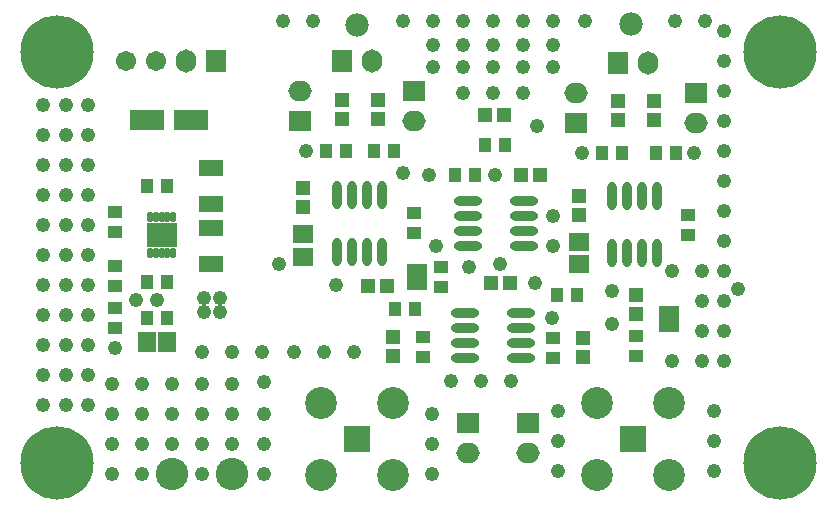
<source format=gts>
%FSLAX25Y25*%
%MOIN*%
G70*
G01*
G75*
G04 Layer_Color=8388736*
%ADD10R,0.09000X0.07000*%
%ADD11R,0.04737X0.04737*%
%ADD12O,0.09461X0.03162*%
%ADD13O,0.03162X0.09461*%
%ADD14R,0.04343X0.04737*%
%ADD15R,0.04737X0.04343*%
%ADD16R,0.06706X0.05918*%
%ADD17R,0.05918X0.06706*%
%ADD18R,0.07887X0.05328*%
%ADD19R,0.04737X0.04737*%
%ADD20R,0.11824X0.07099*%
%ADD21O,0.01981X0.03753*%
%ADD22R,0.10170X0.07887*%
%ADD23O,0.07800X0.06800*%
%ADD24R,0.07800X0.06800*%
%ADD25R,0.06800X0.07800*%
%ADD26O,0.06800X0.07800*%
%ADD27C,0.06706*%
%ADD28R,0.06706X0.08674*%
%ADD29C,0.10642*%
%ADD30R,0.08674X0.08674*%
%ADD31C,0.04800*%
%ADD32C,0.10800*%
%ADD33C,0.24422*%
%ADD34C,0.07800*%
D10*
X35000Y76000D02*
D03*
D11*
X151150Y60000D02*
D03*
X144850D02*
D03*
X149150Y116000D02*
D03*
X142850D02*
D03*
X154850Y96000D02*
D03*
X161150D02*
D03*
X103850Y59000D02*
D03*
X110150D02*
D03*
D12*
X154949Y35000D02*
D03*
Y40000D02*
D03*
Y45000D02*
D03*
Y50000D02*
D03*
X136051Y35000D02*
D03*
Y40000D02*
D03*
Y45000D02*
D03*
Y50000D02*
D03*
X155949Y72500D02*
D03*
Y77500D02*
D03*
Y82500D02*
D03*
Y87500D02*
D03*
X137051Y72500D02*
D03*
Y77500D02*
D03*
Y82500D02*
D03*
Y87500D02*
D03*
D13*
X200000Y88949D02*
D03*
X195000D02*
D03*
X190000D02*
D03*
X185000D02*
D03*
X200000Y70051D02*
D03*
X195000D02*
D03*
X190000D02*
D03*
X185000D02*
D03*
X108500Y89449D02*
D03*
X103500D02*
D03*
X98500D02*
D03*
X93500D02*
D03*
X108500Y70551D02*
D03*
X103500D02*
D03*
X98500D02*
D03*
X93500D02*
D03*
D14*
X149346Y106000D02*
D03*
X142654D02*
D03*
X132653Y96000D02*
D03*
X139347D02*
D03*
X36846Y48500D02*
D03*
X30154D02*
D03*
X36846Y60500D02*
D03*
X30154D02*
D03*
X30154Y92500D02*
D03*
X36847D02*
D03*
X181653Y103500D02*
D03*
X188347D02*
D03*
X206347D02*
D03*
X199653D02*
D03*
X173346Y56000D02*
D03*
X166654D02*
D03*
X89653Y104000D02*
D03*
X96346D02*
D03*
X112346D02*
D03*
X105654D02*
D03*
X112654Y51346D02*
D03*
X119346D02*
D03*
D15*
X19500Y65847D02*
D03*
Y59153D02*
D03*
Y51846D02*
D03*
Y45154D02*
D03*
Y77153D02*
D03*
Y83846D02*
D03*
X210500Y82846D02*
D03*
Y76153D02*
D03*
X165500Y41846D02*
D03*
Y35153D02*
D03*
X119000Y83346D02*
D03*
Y76653D02*
D03*
X122000Y42193D02*
D03*
Y35500D02*
D03*
X193000Y42347D02*
D03*
Y35654D02*
D03*
X128000Y58653D02*
D03*
Y65346D02*
D03*
D16*
X174000Y73740D02*
D03*
Y66260D02*
D03*
X82000Y76240D02*
D03*
Y68760D02*
D03*
D17*
X36847Y40500D02*
D03*
X30154D02*
D03*
D18*
X51500Y78504D02*
D03*
Y66496D02*
D03*
Y86496D02*
D03*
Y98504D02*
D03*
D19*
X174000Y89150D02*
D03*
Y82850D02*
D03*
X82000Y91650D02*
D03*
Y85350D02*
D03*
X187000Y114350D02*
D03*
Y120650D02*
D03*
X199000Y114350D02*
D03*
Y120650D02*
D03*
X175500Y35350D02*
D03*
Y41650D02*
D03*
X95000Y114850D02*
D03*
Y121150D02*
D03*
X107000Y114850D02*
D03*
Y121150D02*
D03*
X112000Y35697D02*
D03*
Y41996D02*
D03*
X193000Y56150D02*
D03*
Y49850D02*
D03*
D20*
X44980Y114500D02*
D03*
X30020D02*
D03*
D21*
X38937Y82004D02*
D03*
X36968D02*
D03*
X35000D02*
D03*
X33031D02*
D03*
X31063D02*
D03*
Y69996D02*
D03*
X33031D02*
D03*
X35000D02*
D03*
X36968D02*
D03*
X38937D02*
D03*
D22*
X35000Y76000D02*
D03*
D23*
X173000Y123500D02*
D03*
X213000Y113500D02*
D03*
X81000Y124000D02*
D03*
X119000Y114000D02*
D03*
X157000Y3500D02*
D03*
X137000D02*
D03*
D24*
X173000Y113500D02*
D03*
X213000Y123500D02*
D03*
X81000Y114000D02*
D03*
X119000Y124000D02*
D03*
X157000Y13500D02*
D03*
X137000D02*
D03*
D25*
X187000Y133500D02*
D03*
X53000Y134000D02*
D03*
X95000D02*
D03*
D26*
X197000Y133500D02*
D03*
X43000Y134000D02*
D03*
X105000D02*
D03*
D27*
X23000D02*
D03*
X33000D02*
D03*
D28*
X204000Y48000D02*
D03*
X120000Y62000D02*
D03*
D29*
X87992Y20047D02*
D03*
X112008D02*
D03*
X87992Y-3968D02*
D03*
X112008D02*
D03*
X179992Y20047D02*
D03*
X204008D02*
D03*
X179992Y-3968D02*
D03*
X204008D02*
D03*
D30*
X100000Y8000D02*
D03*
X192000D02*
D03*
D31*
X99000Y37000D02*
D03*
X89000D02*
D03*
X79000D02*
D03*
X69000Y27000D02*
D03*
X68500Y37000D02*
D03*
X58500D02*
D03*
X48500D02*
D03*
X137500Y65500D02*
D03*
X155500Y123500D02*
D03*
X145500D02*
D03*
X135500D02*
D03*
X125500Y132000D02*
D03*
X135500D02*
D03*
X145500D02*
D03*
X155500D02*
D03*
X165500D02*
D03*
X125500Y139500D02*
D03*
X135500D02*
D03*
X145500D02*
D03*
X155500D02*
D03*
X165500D02*
D03*
X10500Y19500D02*
D03*
Y29500D02*
D03*
Y39500D02*
D03*
X3000Y19500D02*
D03*
Y29500D02*
D03*
Y39500D02*
D03*
X-4500Y19500D02*
D03*
Y29500D02*
D03*
Y39500D02*
D03*
X10500Y49500D02*
D03*
Y59500D02*
D03*
Y69500D02*
D03*
Y79500D02*
D03*
Y89500D02*
D03*
Y99500D02*
D03*
Y109500D02*
D03*
Y119500D02*
D03*
X3000Y49500D02*
D03*
Y59500D02*
D03*
Y69500D02*
D03*
Y79500D02*
D03*
Y89500D02*
D03*
Y99500D02*
D03*
Y109500D02*
D03*
Y119500D02*
D03*
X-4500Y49500D02*
D03*
Y59500D02*
D03*
Y69500D02*
D03*
Y79500D02*
D03*
Y89500D02*
D03*
Y99500D02*
D03*
Y109500D02*
D03*
Y119500D02*
D03*
X176000Y147500D02*
D03*
X206000D02*
D03*
X216000D02*
D03*
X125500D02*
D03*
X135500D02*
D03*
X145500D02*
D03*
X155500D02*
D03*
X165500D02*
D03*
X75500D02*
D03*
X85500D02*
D03*
X115500D02*
D03*
X205000Y64000D02*
D03*
X215000D02*
D03*
Y54000D02*
D03*
Y44000D02*
D03*
X205000Y34000D02*
D03*
X215000D02*
D03*
X18500Y26500D02*
D03*
X28500D02*
D03*
X38500D02*
D03*
X48500D02*
D03*
X58500D02*
D03*
X18500Y16500D02*
D03*
X28500D02*
D03*
X38500D02*
D03*
X48500D02*
D03*
X58500D02*
D03*
X18500Y6500D02*
D03*
X28500D02*
D03*
X38500D02*
D03*
X48500D02*
D03*
X58500D02*
D03*
X18500Y-3500D02*
D03*
X28500D02*
D03*
X48500D02*
D03*
X222500Y144000D02*
D03*
Y134000D02*
D03*
Y124000D02*
D03*
Y114000D02*
D03*
Y104000D02*
D03*
Y94000D02*
D03*
Y84000D02*
D03*
Y74000D02*
D03*
Y64000D02*
D03*
Y54000D02*
D03*
Y44000D02*
D03*
Y34000D02*
D03*
X49000Y55000D02*
D03*
X147693Y66520D02*
D03*
X74000Y66496D02*
D03*
X185000Y57500D02*
D03*
Y46500D02*
D03*
X175000Y103500D02*
D03*
X212500D02*
D03*
X165500Y72500D02*
D03*
X93000Y59500D02*
D03*
X83000Y104000D02*
D03*
X115386Y96614D02*
D03*
X124000Y96000D02*
D03*
X165500Y82500D02*
D03*
X49000Y50500D02*
D03*
X54500D02*
D03*
Y55000D02*
D03*
X33500Y54500D02*
D03*
X26500D02*
D03*
X19500Y38500D02*
D03*
X146000Y96000D02*
D03*
X165000Y48500D02*
D03*
X126500Y72500D02*
D03*
X159500Y60000D02*
D03*
X227000Y58000D02*
D03*
X160000Y112500D02*
D03*
X69000Y16500D02*
D03*
Y6500D02*
D03*
Y-3500D02*
D03*
X219000Y17500D02*
D03*
Y7500D02*
D03*
Y-2500D02*
D03*
X131500Y27500D02*
D03*
X141500D02*
D03*
X151500D02*
D03*
X125000Y16500D02*
D03*
Y6500D02*
D03*
Y-3500D02*
D03*
X167000Y17500D02*
D03*
Y7500D02*
D03*
Y-2500D02*
D03*
D32*
X38500Y-3500D02*
D03*
X58500D02*
D03*
D33*
X241000Y137000D02*
D03*
X0Y0D02*
D03*
Y137000D02*
D03*
X241000Y0D02*
D03*
D34*
X100000Y146000D02*
D03*
X191500Y146500D02*
D03*
M02*

</source>
